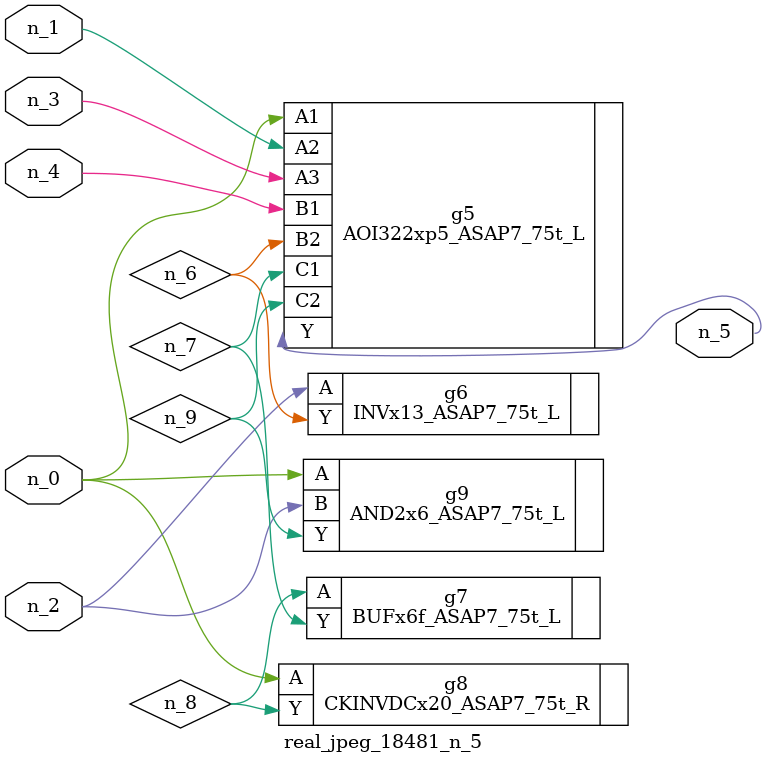
<source format=v>
module real_jpeg_18481_n_5 (n_4, n_0, n_1, n_2, n_3, n_5);

input n_4;
input n_0;
input n_1;
input n_2;
input n_3;

output n_5;

wire n_8;
wire n_6;
wire n_7;
wire n_9;

AOI322xp5_ASAP7_75t_L g5 ( 
.A1(n_0),
.A2(n_1),
.A3(n_3),
.B1(n_4),
.B2(n_6),
.C1(n_7),
.C2(n_9),
.Y(n_5)
);

CKINVDCx20_ASAP7_75t_R g8 ( 
.A(n_0),
.Y(n_8)
);

AND2x6_ASAP7_75t_L g9 ( 
.A(n_0),
.B(n_2),
.Y(n_9)
);

INVx13_ASAP7_75t_L g6 ( 
.A(n_2),
.Y(n_6)
);

BUFx6f_ASAP7_75t_L g7 ( 
.A(n_8),
.Y(n_7)
);


endmodule
</source>
